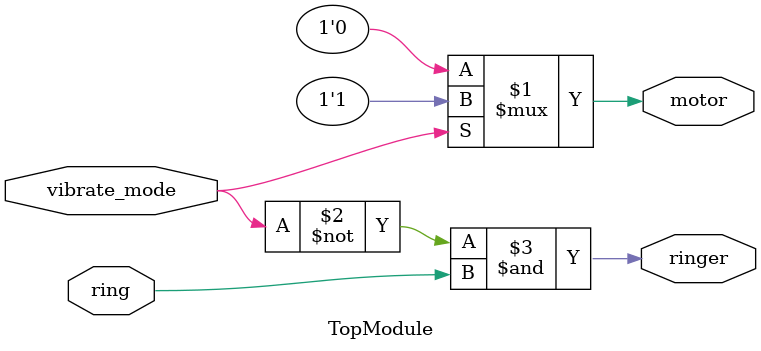
<source format=sv>
module TopModule (
    input logic ring,
    input logic vibrate_mode,
    output logic ringer,
    output logic motor
);

    // Assign the outputs based on the input conditions
    assign motor = vibrate_mode ? 1'b1 : 1'b0;
    assign ringer = (~vibrate_mode) & ring;

endmodule
</source>
